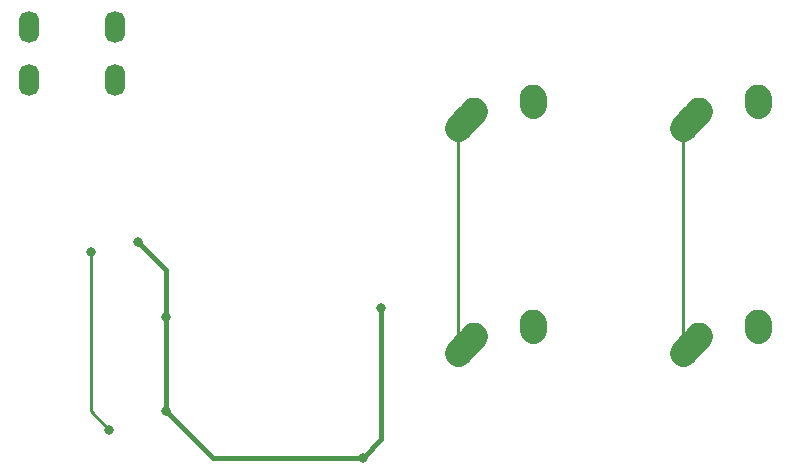
<source format=gbr>
G04 #@! TF.GenerationSoftware,KiCad,Pcbnew,(5.1.4)-1*
G04 #@! TF.CreationDate,2022-03-30T16:45:01-04:00*
G04 #@! TF.ProjectId,ai03-pcb-guide,61693033-2d70-4636-922d-67756964652e,rev?*
G04 #@! TF.SameCoordinates,Original*
G04 #@! TF.FileFunction,Copper,L1,Top*
G04 #@! TF.FilePolarity,Positive*
%FSLAX46Y46*%
G04 Gerber Fmt 4.6, Leading zero omitted, Abs format (unit mm)*
G04 Created by KiCad (PCBNEW (5.1.4)-1) date 2022-03-30 16:45:01*
%MOMM*%
%LPD*%
G04 APERTURE LIST*
%ADD10O,1.700000X2.700000*%
%ADD11C,2.250000*%
%ADD12C,2.250000*%
%ADD13C,0.800000*%
%ADD14C,0.381000*%
%ADD15C,0.254000*%
G04 APERTURE END LIST*
D10*
X47150000Y-73025000D03*
X54450000Y-73025000D03*
X54450000Y-77525000D03*
X47150000Y-77525000D03*
D11*
X103862500Y-99187500D03*
X103207501Y-99917500D03*
D12*
X102552500Y-100647500D02*
X103862502Y-99187500D01*
D11*
X108902500Y-98107500D03*
X108882500Y-98397500D03*
D12*
X108862500Y-98687500D02*
X108902500Y-98107500D01*
D11*
X103862500Y-80137500D03*
X103207501Y-80867500D03*
D12*
X102552500Y-81597500D02*
X103862502Y-80137500D01*
D11*
X108902500Y-79057500D03*
X108882500Y-79347500D03*
D12*
X108862500Y-79637500D02*
X108902500Y-79057500D01*
D11*
X84812500Y-99187500D03*
X84157501Y-99917500D03*
D12*
X83502500Y-100647500D02*
X84812502Y-99187500D01*
D11*
X89852500Y-98107500D03*
X89832500Y-98397500D03*
D12*
X89812500Y-98687500D02*
X89852500Y-98107500D01*
D11*
X84812500Y-80137500D03*
X84157501Y-80867500D03*
D12*
X83502500Y-81597500D02*
X84812502Y-80137500D01*
D11*
X89852500Y-79057500D03*
X89832500Y-79347500D03*
D12*
X89812500Y-79637500D02*
X89852500Y-79057500D01*
D13*
X75406250Y-109537500D03*
X76993750Y-96837500D03*
X58737500Y-105568750D03*
X58737500Y-97631250D03*
X56356250Y-91281250D03*
X52387500Y-92075000D03*
X53975000Y-107156250D03*
D14*
X75406250Y-109537500D02*
X76993750Y-107950000D01*
X76993750Y-107950000D02*
X76993750Y-96837500D01*
X75406250Y-109537500D02*
X62706250Y-109537500D01*
X62706250Y-109537500D02*
X58737500Y-105568750D01*
X58737500Y-105568750D02*
X58737500Y-97631250D01*
X58737500Y-93662500D02*
X56356250Y-91281250D01*
X58737500Y-97631250D02*
X58737500Y-93662500D01*
D15*
X83502500Y-97877500D02*
X83502500Y-100647500D01*
X83502500Y-81597500D02*
X83502500Y-97877500D01*
X102552500Y-81597500D02*
X102552500Y-100647500D01*
X52387500Y-92075000D02*
X52387500Y-105568750D01*
X52387500Y-105568750D02*
X53975000Y-107156250D01*
M02*

</source>
